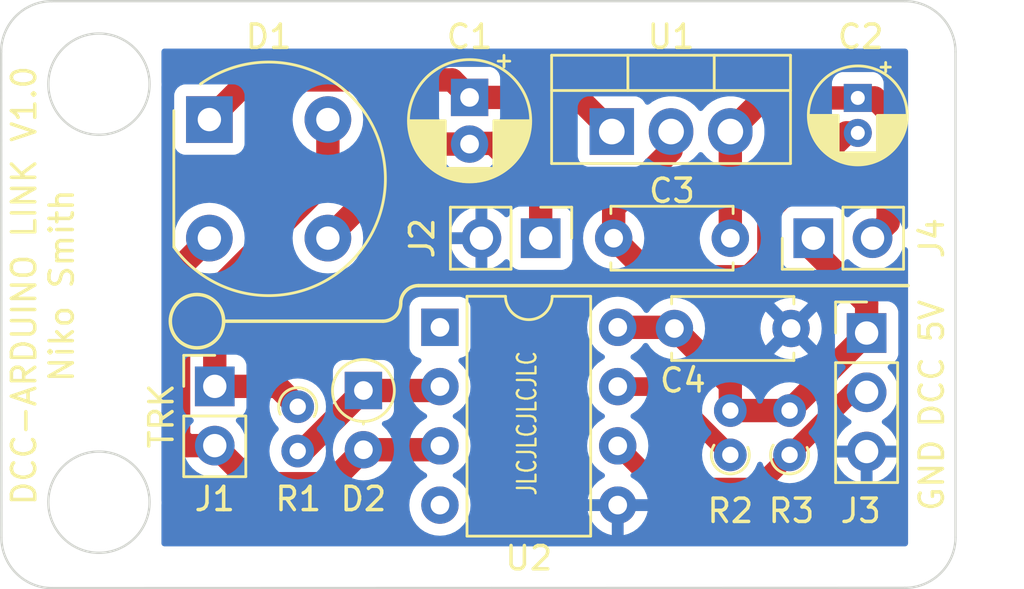
<source format=kicad_pcb>
(kicad_pcb (version 20211014) (generator pcbnew)
  (layers (0 "F.Cu" signal) (31 "B.Cu" signal) (34 "B.Paste" user) (35 "F.Paste" user) (36 "B.SilkS" user "B.Silkscreen") (37 "F.SilkS" user "F.Silkscreen") (38 "B.Mask" user) (39 "F.Mask" user) (44 "Edge.Cuts" user))
  (net 0 "")
  (net 1 "Net-(C1-Pad1)")
  (net 2 "Net-(C1-Pad2)")
  (net 3 "+5V")
  (net 4 "GND")
  (net 5 "TRACK_A")
  (net 6 "TRACK_B")
  (net 7 "Net-(D2-Pad1)")
  (net 8 "DCC_DATA")
  (net 9 "Net-(R2-Pad1)")
  (net 11 "Net-(C2-Pad1)")
  (footprint "Resistor_THT:R_Axial_DIN0204_L3.6mm_D1.6mm_P1.90mm_Vertical" (layer "F.Cu") (at 166.116 108.855 90)
    (fp_text reference "R2" (at -2.397 0 180) (layer "F.SilkS"))
    (fp_text value "10k")
    (fp_arc (start 0.320095 0.749359) (mid -0.813042 -0.054435) (end 0.417133 -0.7) (layer "F.SilkS") (width 0.12))
    (pad "1" thru_hole circle locked (at 0 0 90) (size 1.4 1.4) (drill 0.7) (layers *.Cu *.Mask) (net 9 "Net-(R2-Pad1)"))
    (pad "2" thru_hole oval locked (at 1.9 0 90) (size 1.4 1.4) (drill 0.7) (layers *.Cu *.Mask) (net 3 "+5V"))
  )
  (footprint "Capacitor_THT:CP_Radial_D4.0mm_P1.50mm" (layer "F.Cu") (at 171.58 93.554401 -90)
    (fp_text reference "C2" (at -2.622401 -0.124 180) (layer "F.SilkS"))
    (fp_text value "22uF")
    (fp_line (start 1.951 0.84) (end 1.951 1.708) (layer "F.SilkS") (width 0.12))
    (fp_line (start 0.75 -2.08) (end 0.75 -0.84) (layer "F.SilkS") (width 0.12))
    (fp_line (start 1.15 0.84) (end 1.15 2.042) (layer "F.SilkS") (width 0.12))
    (fp_line (start 2.031 0.84) (end 2.031 1.65) (layer "F.SilkS") (width 0.12))
    (fp_line (start 2.271 -1.438) (end 2.271 -0.84) (layer "F.SilkS") (width 0.12))
    (fp_line (start 2.151 -1.552) (end 2.151 -0.84) (layer "F.SilkS") (width 0.12))
    (fp_line (start 1.831 0.84) (end 1.831 1.785) (layer "F.SilkS") (width 0.12))
    (fp_line (start 1.551 0.84) (end 1.551 1.924) (layer "F.SilkS") (width 0.12))
    (fp_line (start 1.911 -1.735) (end 1.911 -0.84) (layer "F.SilkS") (width 0.12))
    (fp_line (start 1.991 -1.68) (end 1.991 -0.84) (layer "F.SilkS") (width 0.12))
    (fp_line (start 2.551 -1.08) (end 2.551 1.08) (layer "F.SilkS") (width 0.12))
    (fp_line (start 1.831 -1.785) (end 1.831 -0.84) (layer "F.SilkS") (width 0.12))
    (fp_line (start 2.071 0.84) (end 2.071 1.619) (layer "F.SilkS") (width 0.12))
    (fp_line (start 0.91 0.84) (end 0.91 2.074) (layer "F.SilkS") (width 0.12))
    (fp_line (start 2.031 -1.65) (end 2.031 -0.84) (layer "F.SilkS") (width 0.12))
    (fp_line (start 1.35 0.84) (end 1.35 1.994) (layer "F.SilkS") (width 0.12))
    (fp_line (start 2.271 0.84) (end 2.271 1.438) (layer "F.SilkS") (width 0.12))
    (fp_line (start 0.79 0.84) (end 0.79 2.08) (layer "F.SilkS") (width 0.12))
    (fp_line (start 1.871 0.84) (end 1.871 1.76) (layer "F.SilkS") (width 0.12))
    (fp_line (start 1.31 0.84) (end 1.31 2.005) (layer "F.SilkS") (width 0.12))
    (fp_line (start 1.471 -1.954) (end 1.471 -0.84) (layer "F.SilkS") (width 0.12))
    (fp_line (start 2.511 -1.142) (end 2.511 1.142) (layer "F.SilkS") (width 0.12))
    (fp_line (start 1.871 -1.76) (end 1.871 -0.84) (layer "F.SilkS") (width 0.12))
    (fp_line (start 0.87 -2.077) (end 0.87 -0.84) (layer "F.SilkS") (width 0.12))
    (fp_line (start 1.631 0.84) (end 1.631 1.889) (layer "F.SilkS") (width 0.12))
    (fp_line (start 2.631 -0.94) (end 2.631 0.94) (layer "F.SilkS") (width 0.12))
    (fp_line (start 2.671 -0.859) (end 2.671 0.859) (layer "F.SilkS") (width 0.12))
    (fp_line (start 1.23 0.84) (end 1.23 2.025) (layer "F.SilkS") (width 0.12))
    (fp_line (start 1.951 -1.708) (end 1.951 -0.84) (layer "F.SilkS") (width 0.12))
    (fp_line (start 2.231 -1.478) (end 2.231 -0.84) (layer "F.SilkS") (width 0.12))
    (fp_line (start 2.351 -1.351) (end 2.351 1.351) (layer "F.SilkS") (width 0.12))
    (fp_line (start 0.83 -2.079) (end 0.83 -0.84) (layer "F.SilkS") (width 0.12))
    (fp_line (start 1.551 -1.924) (end 1.551 -0.84) (layer "F.SilkS") (width 0.12))
    (fp_line (start 2.711 -0.768) (end 2.711 0.768) (layer "F.SilkS") (width 0.12))
    (fp_line (start 1.07 0.84) (end 1.07 2.056) (layer "F.SilkS") (width 0.12))
    (fp_line (start 2.391 -1.304) (end 2.391 1.304) (layer "F.SilkS") (width 0.12))
    (fp_line (start 1.23 -2.025) (end 1.23 -0.84) (layer "F.SilkS") (width 0.12))
    (fp_line (start 0.83 0.84) (end 0.83 2.079) (layer "F.SilkS") (width 0.12))
    (fp_line (start 1.711 0.84) (end 1.711 1.851) (layer "F.SilkS") (width 0.12))
    (fp_line (start 1.711 -1.851) (end 1.711 -0.84) (layer "F.SilkS") (width 0.12))
    (fp_line (start 1.31 -2.005) (end 1.31 -0.84) (layer "F.SilkS") (width 0.12))
    (fp_line (start 1.19 0.84) (end 1.19 2.034) (layer "F.SilkS") (width 0.12))
    (fp_line (start 1.591 0.84) (end 1.591 1.907) (layer "F.SilkS") (width 0.12))
    (fp_line (start 1.631 -1.889) (end 1.631 -0.84) (layer "F.SilkS") (width 0.12))
    (fp_line (start 1.39 0.84) (end 1.39 1.982) (layer "F.SilkS") (width 0.12))
    (fp_line (start 1.39 -1.982) (end 1.39 -0.84) (layer "F.SilkS") (width 0.12))
    (fp_line (start 1.471 0.84) (end 1.471 1.954) (layer "F.SilkS") (width 0.12))
    (fp_line (start 1.11 -2.05) (end 1.11 -0.84) (layer "F.SilkS") (width 0.12))
    (fp_line (start 2.311 0.84) (end 2.311 1.396) (layer "F.SilkS") (width 0.12))
    (fp_line (start 2.791 -0.537) (end 2.791 0.537) (layer "F.SilkS") (width 0.12))
    (fp_line (start 1.11 0.84) (end 1.11 2.05) (layer "F.SilkS") (width 0.12))
    (fp_line (start 1.27 -2.016) (end 1.27 -0.84) (layer "F.SilkS") (width 0.12))
    (fp_line (start 1.751 -1.83) (end 1.751 -0.84) (layer "F.SilkS") (width 0.12))
    (fp_line (start 1.35 -1.994) (end 1.35 -0.84) (layer "F.SilkS") (width 0.12))
    (fp_line (start 2.071 -1.619) (end 2.071 -0.84) (layer "F.SilkS") (width 0.12))
    (fp_line (start -1.519801 -1.195) (end -1.119801 -1.195) (layer "F.SilkS") (width 0.12))
    (fp_line (start 1.911 0.84) (end 1.911 1.735) (layer "F.SilkS") (width 0.12))
    (fp_line (start 2.111 0.84) (end 2.111 1.587) (layer "F.SilkS") (width 0.12))
    (fp_line (start 2.831 -0.37) (end 2.831 0.37) (layer "F.SilkS") (width 0.12))
    (fp_line (start 1.671 -1.87) (end 1.671 -0.84) (layer "F.SilkS") (width 0.12))
    (fp_line (start 1.511 -1.94) (end 1.511 -0.84) (layer "F.SilkS") (width 0.12))
    (fp_line (start 1.15 -2.042) (end 1.15 -0.84) (layer "F.SilkS") (width 0.12))
    (fp_line (start 1.27 0.84) (end 1.27 2.016) (layer "F.SilkS") (width 0.12))
    (fp_line (start 1.591 -1.907) (end 1.591 -0.84) (layer "F.SilkS") (width 0.12))
    (fp_line (start 2.431 -1.254) (end 2.431 1.254) (layer "F.SilkS") (width 0.12))
    (fp_line (start 0.91 -2.074) (end 0.91 -0.84) (layer "F.SilkS") (width 0.12))
    (fp_line (start 1.03 0.84) (end 1.03 2.062) (layer "F.SilkS") (width 0.12))
    (fp_line (start 1.511 0.84) (end 1.511 1.94) (layer "F.SilkS") (width 0.12))
    (fp_line (start 1.43 0.84) (end 1.43 1.968) (layer "F.SilkS") (width 0.12))
    (fp_line (start 1.07 -2.056) (end 1.07 -0.84) (layer "F.SilkS") (width 0.12))
    (fp_line (start 1.19 -2.034) (end 1.19 -0.84) (layer "F.SilkS") (width 0.12))
    (fp_line (start 0.95 0.84) (end 0.95 2.071) (layer "F.SilkS") (width 0.12))
    (fp_line (start 0.75 0.84) (end 0.75 2.08) (layer "F.SilkS") (width 0.12))
    (fp_line (start 1.791 0.84) (end 1.791 1.808) (layer "F.SilkS") (width 0.12))
    (fp_line (start 1.751 0.84) (end 1.751 1.83) (layer "F.SilkS") (width 0.12))
    (fp_line (start 0.99 -2.067) (end 0.99 -0.84) (layer "F.SilkS") (width 0.12))
    (fp_line (start 2.311 -1.396) (end 2.311 -0.84) (layer "F.SilkS") (width 0.12))
    (fp_line (start 2.471 -1.2) (end 2.471 1.2) (layer "F.SilkS") (width 0.12))
    (fp_line (start 1.03 -2.062) (end 1.03 -0.84) (layer "F.SilkS") (width 0.12))
    (fp_line (start 2.111 -1.587) (end 2.111 -0.84) (layer "F.SilkS") (width 0.12))
    (fp_line (start 2.191 0.84) (end 2.191 1.516) (layer "F.SilkS") (width 0.12))
    (fp_line (start 2.151 0.84) (end 2.151 1.552) (layer "F.SilkS") (width 0.12))
    (fp_line (start 2.751 -0.664) (end 2.751 0.664) (layer "F.SilkS") (width 0.12))
    (fp_line (start 1.791 -1.808) (end 1.791 -0.84) (layer "F.SilkS") (width 0.12))
    (fp_line (start 2.191 -1.516) (end 2.191 -0.84) (layer "F.SilkS") (width 0.12))
    (fp_line (start 1.43 -1.968) (end 1.43 -0.84) (layer "F.SilkS") (width 0.12))
    (fp_line (start 2.231 0.84) (end 2.231 1.478) (layer "F.SilkS") (width 0.12))
    (fp_line (start 2.591 -1.013) (end 2.591 1.013) (layer "F.SilkS") (width 0.12))
    (fp_line (start 0.99 0.84) (end 0.99 2.067) (layer "F.SilkS") (width 0.12))
    (fp_line (start 0.87 0.84) (end 0.87 2.077) (layer "F.SilkS") (width 0.12))
    (fp_line (start 1.671 0.84) (end 1.671 1.87) (layer "F.SilkS") (width 0.12))
    (fp_line (start 1.991 0.84) (end 1.991 1.68) (layer "F.SilkS") (width 0.12))
    (fp_line (start 0.95 -2.071) (end 0.95 -0.84) (layer "F.SilkS") (width 0.12))
    (fp_line (start -1.319801 -1.395) (end -1.319801 -0.995) (layer "F.SilkS") (width 0.12))
    (fp_line (start 0.79 -2.08) (end 0.79 -0.84) (layer "F.SilkS") (width 0.12))
    (fp_circle (center 0.75 0) (end 2.87 0) (layer "F.SilkS") (width 0.12) (fill none))
    (pad "1" thru_hole rect locked (at 0 0 270) (size 1.2 1.2) (drill 0.6) (layers *.Cu *.Mask) (net 11 "Net-(C2-Pad1)"))
    (pad "2" thru_hole circle locked (at 1.5 0 270) (size 1.2 1.2) (drill 0.6) (layers *.Cu *.Mask) (net 2 "Net-(C1-Pad2)"))
  )
  (footprint "Capacitor_THT:C_Disc_D5.0mm_W2.5mm_P5.00mm" (layer "F.Cu") (at 166.116 99.568 180)
    (fp_text reference "C3" (at 2.5 2.032) (layer "F.SilkS"))
    (fp_text value "0.1uF")
    (fp_line (start -0.12 1.37) (end 5.12 1.37) (layer "F.SilkS") (width 0.12))
    (fp_line (start -0.12 1.055) (end -0.12 1.37) (layer "F.SilkS") (width 0.12))
    (fp_line (start -0.12 -1.37) (end 5.12 -1.37) (layer "F.SilkS") (width 0.12))
    (fp_line (start 5.12 1.055) (end 5.12 1.37) (layer "F.SilkS") (width 0.12))
    (fp_line (start -0.12 -1.37) (end -0.12 -1.055) (layer "F.SilkS") (width 0.12))
    (fp_line (start 5.12 -1.37) (end 5.12 -1.055) (layer "F.SilkS") (width 0.12))
    (pad "1" thru_hole circle locked (at 0 0 180) (size 1.6 1.6) (drill 0.8) (layers *.Cu *.Mask) (net 11 "Net-(C2-Pad1)"))
    (pad "2" thru_hole circle locked (at 5 0 180) (size 1.6 1.6) (drill 0.8) (layers *.Cu *.Mask) (net 2 "Net-(C1-Pad2)"))
  )
  (footprint "Package_DIP:DIP-8_W7.62mm" (layer "F.Cu") (at 153.67 103.388)
    (fp_text reference "U2" (at 3.81 9.896) (layer "F.SilkS"))
    (fp_text value "6N137")
    (fp_line (start 6.46 -1.33) (end 4.81 -1.33) (layer "F.SilkS") (width 0.12))
    (fp_line (start 1.16 8.95) (end 6.46 8.95) (layer "F.SilkS") (width 0.12))
    (fp_line (start 1.16 -1.33) (end 1.16 8.95) (layer "F.SilkS") (width 0.12))
    (fp_line (start 2.81 -1.33) (end 1.16 -1.33) (layer "F.SilkS") (width 0.12))
    (fp_line (start 6.46 8.95) (end 6.46 -1.33) (layer "F.SilkS") (width 0.12))
    (fp_arc (start 4.81 -1.33) (mid 3.81 -0.33) (end 2.81 -1.33) (layer "F.SilkS") (width 0.12))
    (pad "1" thru_hole rect locked (at 0 0) (size 1.6 1.6) (drill 0.8) (layers *.Cu *.Mask))
    (pad "2" thru_hole oval locked (at 0 2.54) (size 1.6 1.6) (drill 0.8) (layers *.Cu *.Mask) (net 7 "Net-(D2-Pad1)"))
    (pad "3" thru_hole oval locked (at 0 5.08) (size 1.6 1.6) (drill 0.8) (layers *.Cu *.Mask) (net 6 "TRACK_B"))
    (pad "4" thru_hole oval locked (at 0 7.62) (size 1.6 1.6) (drill 0.8) (layers *.Cu *.Mask))
    (pad "5" thru_hole oval locked (at 7.62 7.62) (size 1.6 1.6) (drill 0.8) (layers *.Cu *.Mask) (net 4 "GND"))
    (pad "6" thru_hole oval locked (at 7.62 5.08) (size 1.6 1.6) (drill 0.8) (layers *.Cu *.Mask) (net 8 "DCC_DATA"))
    (pad "7" thru_hole oval locked (at 7.62 2.54) (size 1.6 1.6) (drill 0.8) (layers *.Cu *.Mask) (net 9 "Net-(R2-Pad1)"))
    (pad "8" thru_hole oval locked (at 7.62 0) (size 1.6 1.6) (drill 0.8) (layers *.Cu *.Mask) (net 3 "+5V"))
  )
  (footprint "Connector_PinHeader_2.54mm:PinHeader_1x03_P2.54mm_Vertical" (layer "F.Cu") (at 171.958 103.632)
    (fp_text reference "J3" (at -0.254 7.62) (layer "F.SilkS"))
    (fp_text value "Conn_01x03_Male")
    (fp_line (start 1.33 1.27) (end 1.33 6.41) (layer "F.SilkS") (width 0.12))
    (fp_line (start -1.33 -1.33) (end 0 -1.33) (layer "F.SilkS") (width 0.12))
    (fp_line (start -1.33 1.27) (end 1.33 1.27) (layer "F.SilkS") (width 0.12))
    (fp_line (start -1.33 6.41) (end 1.33 6.41) (layer "F.SilkS") (width 0.12))
    (fp_line (start -1.33 1.27) (end -1.33 6.41) (layer "F.SilkS") (width 0.12))
    (fp_line (start -1.33 0) (end -1.33 -1.33) (layer "F.SilkS") (width 0.12))
    (pad "1" thru_hole rect locked (at 0 0) (size 1.7 1.7) (drill 1) (layers *.Cu *.Mask) (net 3 "+5V"))
    (pad "2" thru_hole oval locked (at 0 2.54) (size 1.7 1.7) (drill 1) (layers *.Cu *.Mask) (net 8 "DCC_DATA"))
    (pad "3" thru_hole oval locked (at 0 5.08) (size 1.7 1.7) (drill 1) (layers *.Cu *.Mask) (net 4 "GND"))
  )
  (footprint "Capacitor_THT:C_Disc_D5.0mm_W2.5mm_P5.00mm" (layer "F.Cu") (at 163.72 103.438)
    (fp_text reference "C4" (at 0.364 2.226) (layer "F.SilkS"))
    (fp_text value "100nF")
    (fp_line (start -0.12 -1.37) (end 5.12 -1.37) (layer "F.SilkS") (width 0.12))
    (fp_line (start 5.12 1.055) (end 5.12 1.37) (layer "F.SilkS") (width 0.12))
    (fp_line (start -0.12 1.055) (end -0.12 1.37) (layer "F.SilkS") (width 0.12))
    (fp_line (start -0.12 -1.37) (end -0.12 -1.055) (layer "F.SilkS") (width 0.12))
    (fp_line (start 5.12 -1.37) (end 5.12 -1.055) (layer "F.SilkS") (width 0.12))
    (fp_line (start -0.12 1.37) (end 5.12 1.37) (layer "F.SilkS") (width 0.12))
    (pad "1" thru_hole circle locked (at 0 0) (size 1.6 1.6) (drill 0.8) (layers *.Cu *.Mask) (net 3 "+5V"))
    (pad "2" thru_hole circle locked (at 5 0) (size 1.6 1.6) (drill 0.8) (layers *.Cu *.Mask) (net 4 "GND"))
  )
  (footprint "Diode_THT:D_DO-35_SOD27_P2.54mm_Vertical_AnodeUp" (layer "F.Cu") (at 150.39 106.094686 -90)
    (fp_text reference "D2" (at 4.649314 0 180) (layer "F.SilkS"))
    (fp_text value "1N4148")
    (fp_line (start 1.326371 0) (end 1.44 0) (layer "F.SilkS") (width 0.12))
    (fp_circle (center 0 0) (end 1.326371 0) (layer "F.SilkS") (width 0.12) (fill none))
    (pad "1" thru_hole rect locked (at 0 0 270) (size 1.6 1.6) (drill 0.8) (layers *.Cu *.Mask) (net 7 "Net-(D2-Pad1)"))
    (pad "2" thru_hole oval locked (at 2.54 0 270) (size 1.6 1.6) (drill 0.8) (layers *.Cu *.Mask) (net 6 "TRACK_B"))
  )
  (footprint "Package_TO_SOT_THT:TO-220-3_Vertical" (layer "F.Cu") (at 161.036 94.996)
    (fp_text reference "U1" (at 2.54 -4.064) (layer "F.SilkS"))
    (fp_text value "LM7805_TO220")
    (fp_line (start -2.58 -1.76) (end 7.66 -1.76) (layer "F.SilkS") (width 0.12))
    (fp_line (start -2.58 1.371) (end 7.66 1.371) (layer "F.SilkS") (width 0.12))
    (fp_line (start 4.391 -3.27) (end 4.391 -1.76) (layer "F.SilkS") (width 0.12))
    (fp_line (start -2.58 -3.27) (end -2.58 1.371) (layer "F.SilkS") (width 0.12))
    (fp_line (start -2.58 -3.27) (end 7.66 -3.27) (layer "F.SilkS") (width 0.12))
    (fp_line (start 7.66 -3.27) (end 7.66 1.371) (layer "F.SilkS") (width 0.12))
    (fp_line (start 0.69 -3.27) (end 0.69 -1.76) (layer "F.SilkS") (width 0.12))
    (pad "1" thru_hole rect locked (at 0 0) (size 1.905 2) (drill 1.1) (layers *.Cu *.Mask) (net 1 "Net-(C1-Pad1)"))
    (pad "2" thru_hole oval locked (at 2.54 0) (size 1.905 2) (drill 1.1) (layers *.Cu *.Mask) (net 2 "Net-(C1-Pad2)"))
    (pad "3" thru_hole oval locked (at 5.08 0) (size 1.905 2) (drill 1.1) (layers *.Cu *.Mask) (net 11 "Net-(C2-Pad1)"))
  )
  (footprint "Resistor_THT:R_Axial_DIN0204_L3.6mm_D1.6mm_P1.90mm_Vertical" (layer "F.Cu") (at 147.574 106.791 -90)
    (fp_text reference "R1" (at 3.953 -0.022 180) (layer "F.SilkS"))
    (fp_text value "1k")
    (fp_arc (start 0.320095 0.749359) (mid -0.813042 -0.054435) (end 0.417133 -0.7) (layer "F.SilkS") (width 0.12))
    (pad "1" thru_hole circle locked (at 0 0 270) (size 1.4 1.4) (drill 0.7) (layers *.Cu *.Mask) (net 5 "TRACK_A"))
    (pad "2" thru_hole oval locked (at 1.9 0 270) (size 1.4 1.4) (drill 0.7) (layers *.Cu *.Mask) (net 7 "Net-(D2-Pad1)"))
  )
  (footprint "Connector_PinHeader_2.54mm:PinHeader_1x02_P2.54mm_Vertical" (layer "F.Cu") (at 169.672 99.568 90)
    (fp_text reference "J4" (at 0 5.08 90) (layer "F.SilkS"))
    (fp_text value "Conn_01x02_Male")
    (fp_line (start -1.33 1.27) (end -1.33 3.87) (layer "F.SilkS") (width 0.12))
    (fp_line (start -1.33 -1.33) (end 0 -1.33) (layer "F.SilkS") (width 0.12))
    (fp_line (start -1.33 0) (end -1.33 -1.33) (layer "F.SilkS") (width 0.12))
    (fp_line (start 1.33 1.27) (end 1.33 3.87) (layer "F.SilkS") (width 0.12))
    (fp_line (start -1.33 3.87) (end 1.33 3.87) (layer "F.SilkS") (width 0.12))
    (fp_line (start -1.33 1.27) (end 1.33 1.27) (layer "F.SilkS") (width 0.12))
    (pad "1" thru_hole rect locked (at 0 0 90) (size 1.7 1.7) (drill 1) (layers *.Cu *.Mask) (net 3 "+5V"))
    (pad "2" thru_hole oval locked (at 0 2.54 90) (size 1.7 1.7) (drill 1) (layers *.Cu *.Mask) (net 11 "Net-(C2-Pad1)"))
  )
  (footprint "Resistor_THT:R_Axial_DIN0204_L3.6mm_D1.6mm_P1.90mm_Vertical" (layer "F.Cu") (at 168.656 108.855 90)
    (fp_text reference "R3" (at -2.397 0.08 180) (layer "F.SilkS"))
    (fp_text value "5k")
    (fp_arc (start 0.320095 0.749359) (mid -0.813042 -0.054435) (end 0.417133 -0.7) (layer "F.SilkS") (width 0.12))
    (pad "1" thru_hole circle locked (at 0 0 90) (size 1.4 1.4) (drill 0.7) (layers *.Cu *.Mask) (net 8 "DCC_DATA"))
    (pad "2" thru_hole oval locked (at 1.9 0 90) (size 1.4 1.4) (drill 0.7) (layers *.Cu *.Mask) (net 3 "+5V"))
  )
  (footprint "Diode_THT:Diode_Bridge_Round_D9.8mm" (layer "F.Cu") (at 143.787 94.483)
    (fp_text reference "D1" (at 2.54 -3.551) (layer "F.SilkS"))
    (fp_text value "W01G")
    (fp_line (start -1.524 -0.381) (end -1.524 5.461) (layer "F.SilkS") (width 0.12))
    (fp_arc (start -0.381 -1.524) (mid 7.479141 3.348223) (end -1.524 5.461) (layer "F.SilkS") (width 0.12))
    (pad "1" thru_hole rect locked (at 0 0) (size 2 2) (drill 1) (layers *.Cu *.Mask) (net 1 "Net-(C1-Pad1)"))
    (pad "2" thru_hole oval locked (at 0 5.08) (size 2 2) (drill 1) (layers *.Cu *.Mask) (net 6 "TRACK_B"))
    (pad "3" thru_hole oval locked (at 5.08 5.08) (size 2 2) (drill 1) (layers *.Cu *.Mask) (net 2 "Net-(C1-Pad2)"))
    (pad "4" thru_hole oval locked (at 5.08 0) (size 2 2) (drill 1) (layers *.Cu *.Mask) (net 5 "TRACK_A"))
  )
  (footprint "Capacitor_THT:CP_Radial_D5.0mm_P2.00mm" (layer "F.Cu") (at 154.94 93.532888 -90)
    (fp_text reference "C1" (at -2.600888 0 180) (layer "F.SilkS"))
    (fp_text value "0.1uF")
    (fp_line (start 1.12 -2.578) (end 1.12 -1.04) (layer "F.SilkS") (width 0.12))
    (fp_line (start 1.721 -2.48) (end 1.721 -1.04) (layer "F.SilkS") (width 0.12))
    (fp_line (start 1.44 1.04) (end 1.44 2.543) (layer "F.SilkS") (width 0.12))
    (fp_line (start 1.32 1.04) (end 1.32 2.561) (layer "F.SilkS") (width 0.12))
    (fp_line (start 2.681 1.04) (end 2.681 1.971) (layer "F.SilkS") (width 0.12))
    (fp_line (start 1.761 1.04) (end 1.761 2.468) (layer "F.SilkS") (width 0.12))
    (fp_line (start 1.4 1.04) (end 1.4 2.55) (layer "F.SilkS") (width 0.12))
    (fp_line (start 1.48 -2.536) (end 1.48 -1.04) (layer "F.SilkS") (width 0.12))
    (fp_line (start 1.08 1.04) (end 1.08 2.579) (layer "F.SilkS") (width 0.12))
    (fp_line (start 2.921 -1.743) (end 2.921 -1.04) (layer "F.SilkS") (width 0.12))
    (fp_line (start 1.2 -2.573) (end 1.2 -1.04) (layer "F.SilkS") (width 0.12))
    (fp_line (start 2.041 -2.365) (end 2.041 -1.04) (layer "F.SilkS") (width 0.12))
    (fp_line (start 3.041 -1.605) (end 3.041 1.605) (layer "F.SilkS") (width 0.12))
    (fp_line (start 1.36 1.04) (end 1.36 2.556) (layer "F.SilkS") (width 0.12))
    (fp_line (start 1.56 -2.52) (end 1.56 -1.04) (layer "F.SilkS") (width 0.12))
    (fp_line (start 2.841 -1.826) (end 2.841 -1.04) (layer "F.SilkS") (width 0.12))
    (fp_line (start 2.761 -1.901) (end 2.761 -1.04) (layer "F.SilkS") (width 0.12))
    (fp_line (start 2.201 1.04) (end 2.201 2.29) (layer "F.SilkS") (width 0.12))
    (fp_line (start 2.241 -2.268) (end 2.241 -1.04) (layer "F.SilkS") (width 0.12))
    (fp_line (start 1.841 1.04) (end 1.841 2.442) (layer "F.SilkS") (width 0.12))
    (fp_line (start 3.001 -1.653) (end 3.001 -1.04) (layer "F.SilkS") (width 0.12))
    (fp_line (start 3.281 -1.251) (end 3.281 1.251) (layer "F.SilkS") (width 0.12))
    (fp_line (start 1.921 -2.414) (end 1.921 -1.04) (layer "F.SilkS") (width 0.12))
    (fp_line (start 1.68 1.04) (end 1.68 2.491) (layer "F.SilkS") (width 0.12))
    (fp_line (start 2.721 1.04) (end 2.721 1.937) (layer "F.SilkS") (width 0.12))
    (fp_line (start 2.361 -2.2) (end 2.361 -1.04) (layer "F.SilkS") (width 0.12))
    (fp_line (start 2.801 -1.864) (end 2.801 -1.04) (layer "F.SilkS") (width 0.12))
    (fp_line (start 2.721 -1.937) (end 2.721 -1.04) (layer "F.SilkS") (width 0.12))
    (fp_line (start 2.441 1.04) (end 2.441 2.149) (layer "F.SilkS") (width 0.12))
    (fp_line (start 3.561 -0.518) (end 3.561 0.518) (layer "F.SilkS") (width 0.12))
    (fp_line (start 2.001 -2.382) (end 2.001 -1.04) (layer "F.SilkS") (width 0.12))
    (fp_line (start 1.52 1.04) (end 1.52 2.528) (layer "F.SilkS") (width 0.12))
    (fp_line (start 2.441 -2.149) (end 2.441 -1.04) (layer "F.SilkS") (width 0.12))
    (fp_line (start 1.04 -2.58) (end 1.04 -1.04) (layer "F.SilkS") (width 0.12))
    (fp_line (start 1.52 -2.528) (end 1.52 -1.04) (layer "F.SilkS") (width 0.12))
    (fp_line (start 2.121 1.04) (end 2.121 2.329) (layer "F.SilkS") (width 0.12))
    (fp_line (start 2.201 -2.29) (end 2.201 -1.04) (layer "F.SilkS") (width 0.12))
    (fp_line (start 1.32 -2.561) (end 1.32 -1.04) (layer "F.SilkS") (width 0.12))
    (fp_line (start 1.68 -2.491) (end 1.68 -1.04) (layer "F.SilkS") (width 0.12))
    (fp_line (start 3.241 -1.319) (end 3.241 1.319) (layer "F.SilkS") (width 0.12))
    (fp_line (start 3.361 -1.098) (end 3.361 1.098) (layer "F.SilkS") (width 0.12))
    (fp_line (start 2.081 1.04) (end 2.081 2.348) (layer "F.SilkS") (width 0.12))
    (fp_line (start 2.881 -1.785) (end 2.881 -1.04) (layer "F.SilkS") (width 0.12))
    (fp_line (start 1.64 -2.501) (end 1.64 -1.04) (layer "F.SilkS") (width 0.12))
    (fp_line (start 1 1.04) (end 1 2.58) (layer "F.SilkS") (width 0.12))
    (fp_line (start 3.001 1.04) (end 3.001 1.653) (layer "F.SilkS") (width 0.12))
    (fp_line (start 3.481 -0.805) (end 3.481 0.805) (layer "F.SilkS") (width 0.12))
    (fp_line (start 2.121 -2.329) (end 2.121 -1.04) (layer "F.SilkS") (width 0.12))
    (fp_line (start 2.401 1.04) (end 2.401 2.175) (layer "F.SilkS") (width 0.12))
    (fp_line (start 2.521 -2.095) (end 2.521 -1.04) (layer "F.SilkS") (width 0.12))
    (fp_line (start 2.321 -2.224) (end 2.321 -1.04) (layer "F.SilkS") (width 0.12))
    (fp_line (start 2.281 1.04) (end 2.281 2.247) (layer "F.SilkS") (width 0.12))
    (fp_line (start 1.721 1.04) (end 1.721 2.48) (layer "F.SilkS") (width 0.12))
    (fp_line (start 2.281 -2.247) (end 2.281 -1.04) (layer "F.SilkS") (width 0.12))
    (fp_line (start 2.521 1.04) (end 2.521 2.095) (layer "F.SilkS") (width 0.12))
    (fp_line (start 2.041 1.04) (end 2.041 2.365) (layer "F.SilkS") (width 0.12))
    (fp_line (start 1.801 1.04) (end 1.801 2.455) (layer "F.SilkS") (width 0.12))
    (fp_line (start 3.441 -0.915) (end 3.441 0.915) (layer "F.SilkS") (width 0.12))
    (fp_line (start 1.6 -2.511) (end 1.6 -1.04) (layer "F.SilkS") (width 0.12))
    (fp_line (start 1.4 -2.55) (end 1.4 -1.04) (layer "F.SilkS") (width 0.12))
    (fp_line (start 2.001 1.04) (end 2.001 2.382) (layer "F.SilkS") (width 0.12))
    (fp_line (start 2.481 1.04) (end 2.481 2.122) (layer "F.SilkS") (width 0.12))
    (fp_line (start 1 -2.58) (end 1 -1.04) (layer "F.SilkS") (width 0.12))
    (fp_line (start 1.16 -2.576) (end 1.16 -1.04) (layer "F.SilkS") (width 0.12))
    (fp_line (start 2.961 -1.699) (end 2.961 -1.04) (layer "F.SilkS") (width 0.12))
    (fp_line (start 2.681 -1.971) (end 2.681 -1.04) (layer "F.SilkS") (width 0.12))
    (fp_line (start 2.801 1.04) (end 2.801 1.864) (layer "F.SilkS") (width 0.12))
    (fp_line (start 1.801 -2.455) (end 1.801 -1.04) (layer "F.SilkS") (width 0.12))
    (fp_line (start 1.44 -2.543) (end 1.44 -1.04) (layer "F.SilkS") (width 0.12))
    (fp_line (start 2.561 1.04) (end 2.561 2.065) (layer "F.SilkS") (width 0.12))
    (fp_line (start 2.641 -2.004) (end 2.641 -1.04) (layer "F.SilkS") (width 0.12))
    (fp_line (start 1.28 -2.565) (end 1.28 -1.04) (layer "F.SilkS") (width 0.12))
    (fp_line (start 2.601 -2.035) (end 2.601 -1.04) (layer "F.SilkS") (width 0.12))
    (fp_line (start 1.961 1.04) (end 1.961 2.398) (layer "F.SilkS") (width 0.12))
    (fp_line (start 1.36 -2.556) (end 1.36 -1.04) (layer "F.SilkS") (width 0.12))
    (fp_line (start 2.761 1.04) (end 2.761 1.901) (layer "F.SilkS") (width 0.12))
    (fp_line (start 1.28 1.04) (end 1.28 2.565) (layer "F.SilkS") (width 0.12))
    (fp_line (start 2.241 1.04) (end 2.241 2.268) (layer "F.SilkS") (width 0.12))
    (fp_line (start 1.881 1.04) (end 1.881 2.428) (layer "F.SilkS") (width 0.12))
    (fp_line (start 2.921 1.04) (end 2.921 1.743) (layer "F.SilkS") (width 0.12))
    (fp_line (start 1.64 1.04) (end 1.64 2.501) (layer "F.SilkS") (width 0.12))
    (fp_line (start -1.554775 -1.725) (end -1.554775 -1.225) (layer "F.SilkS") (width 0.12))
    (fp_line (start 3.321 -1.178) (end 3.321 1.178) (layer "F.SilkS") (width 0.12))
    (fp_line (start 2.161 1.04) (end 2.161 2.31) (layer "F.SilkS") (width 0.12))
    (fp_line (start 2.161 -2.31) (end 2.161 -1.04) (layer "F.SilkS") (width 0.12))
    (fp_line (start 3.081 -1.554) (end 3.081 1.554) (layer "F.SilkS") (width 0.12))
    (fp_line (start 2.361 1.04) (end 2.361 2.2) (layer "F.SilkS") (width 0.12))
    (fp_line (start 1.56 1.04) (end 1.56 2.52) (layer "F.SilkS") (width 0.12))
    (fp_line (start 1.16 1.04) (end 1.16 2.576) (layer "F.SilkS") (width 0.12))
    (fp_line (start 3.121 -1.5) (end 3.121 1.5) (layer "F.SilkS") (width 0.12))
    (fp_line (start 1.48 1.04) (end 1.48 2.536) (layer "F.SilkS") (width 0.12))
    (fp_line (start 1.12 1.04) (end 1.12 2.578) (layer "F.SilkS") (width 0.12))
    (fp_line (start 1.24 1.04) (end 1.24 2.569) (layer "F.SilkS") (width 0.12))
    (fp_line (start 2.881 1.04) (end 2.881 1.785) (layer "F.SilkS") (width 0.12))
    (fp_line (start 2.401 -2.175) (end 2.401 -1.04) (layer "F.SilkS") (width 0.12))
    (fp_line (start 1.08 -2.579) (end 1.08 -1.04) (layer "F.SilkS") (width 0.12))
    (fp_line (start 2.561 -2.065) (end 2.561 -1.04) (layer "F.SilkS") (width 0.12))
    (fp_line (start 2.481 -2.122) (end 2.481 -1.04) (layer "F.SilkS") (width 0.12))
    (fp_line (start 3.201 -1.383) (end 3.201 1.383) (layer "F.SilkS") (width 0.12))
    (fp_line (start 1.841 -2.442) (end 1.841 -1.04) (layer "F.SilkS") (width 0.12))
    (fp_line (start 2.841 1.04) (end 2.841 1.826) (layer "F.SilkS") (width 0.12))
    (fp_line (start 1.961 -2.398) (end 1.961 -1.04) (layer "F.SilkS") (width 0.12))
    (fp_line (start 2.601 1.04) (end 2.601 2.035) (layer "F.SilkS") (width 0.12))
    (fp_line (start -1.804775 -1.475) (end -1.304775 -1.475) (layer "F.SilkS") (width 0.12))
    (fp_line (start 3.601 -0.284) (end 3.601 0.284) (layer "F.SilkS") (width 0.12))
    (fp_line (start 2.081 -2.348) (end 2.081 -1.04) (layer "F.SilkS") (width 0.12))
    (fp_line (start 1.04 1.04) (end 1.04 2.58) (layer "F.SilkS") (width 0.12))
    (fp_line (start 1.6 1.04) (end 1.6 2.511) (layer "F.SilkS") (width 0.12))
    (fp_line (start 3.161 -1.443) (end 3.161 1.443) (layer "F.SilkS") (width 0.12))
    (fp_line (start 2.641 1.04) (end 2.641 2.004) (layer "F.SilkS") (width 0.12))
    (fp_line (start 1.2 1.04) (end 1.2 2.573) (layer "F.SilkS") (width 0.12))
    (fp_line (start 3.401 -1.011) (end 3.401 1.011) (layer "F.SilkS") (width 0.12))
    (fp_line (start 3.521 -0.677) (end 3.521 0.677) (layer "F.SilkS") (width 0.12))
    (fp_line (start 1.921 1.04) (end 1.921 2.414) (layer "F.SilkS") (width 0.12))
    (fp_line (start 1.24 -2.569) (end 1.24 -1.04) (layer "F.SilkS") (width 0.12))
    (fp_line (start 1.881 -2.428) (end 1.881 -1.04) (layer "F.SilkS") (width 0.12))
    (fp_line (start 2.961 1.04) (end 2.961 1.699) (layer "F.SilkS") (width 0.12))
    (fp_line (start 2.321 1.04) (end 2.321 2.224) (layer "F.SilkS") (width 0.12))
    (fp_line (start 1.761 -2.468) (end 1.761 -1.04) (layer "F.SilkS") (width 0.12))
    (fp_circle (center 1 0) (end 3.62 0) (layer "F.SilkS") (width 0.12) (fill none))
    (pad "1" thru_hole rect locked (at 0 0 270) (size 1.6 1.6) (drill 0.8) (layers *.Cu *.Mask) (net 1 "Net-(C1-Pad1)"))
    (pad "2" thru_hole circle locked (at 2 0 270) (size 1.6 1.6) (drill 0.8) (layers *.Cu *.Mask) (net 2 "Net-(C1-Pad2)"))
  )
  (footprint "Connector_PinHeader_2.54mm:PinHeader_1x02_P2.54mm_Vertical" (layer "F.Cu") (at 157.988 99.568 -90)
    (fp_text reference "J2" (at 0 5.08 90) (layer "F.SilkS"))
    (fp_text value "Conn_01x02_Male")
    (fp_line (start -1.33 -1.33) (end 0 -1.33) (layer "F.SilkS") (width 0.12))
    (fp_line (start -1.33 1.27) (end 1.33 1.27) (layer "F.SilkS") (width 0.12))
    (fp_line (start 1.33 1.27) (end 1.33 3.87) (layer "F.SilkS") (width 0.12))
    (fp_line (start -1.33 1.27) (end -1.33 3.87) (layer "F.SilkS") (width 0.12))
    (fp_line (start -1.33 3.87) (end 1.33 3.87) (layer "F.SilkS") (width 0.12))
    (fp_line (start -1.33 0) (end -1.33 -1.33) (layer "F.SilkS") (width 0.12))
    (pad "1" thru_hole rect locked (at 0 0 270) (size 1.7 1.7) (drill 1) (layers *.Cu *.Mask) (net 2 "Net-(C1-Pad2)"))
    (pad "2" thru_hole oval locked (at 0 2.54 270) (size 1.7 1.7) (drill 1) (layers *.Cu *.Mask) (net 4 "GND"))
  )
  (footprint "Connector_PinHeader_2.54mm:PinHeader_1x02_P2.54mm_Vertical" (layer "F.Cu") (at 144.018 105.918)
    (fp_text reference "J1" (at 0 4.826 180) (layer "F.SilkS"))
    (fp_text value "Conn_01x02_Male")
    (fp_line (start -1.33 1.27) (end -1.33 3.87) (layer "F.SilkS") (width 0.12))
    (fp_line (start -1.33 -1.33) (end 0 -1.33) (layer "F.SilkS") (width 0.12))
    (fp_line (start -1.33 3.87) (end 1.33 3.87) (layer "F.SilkS") (width 0.12))
    (fp_line (start 1.33 1.27) (end 1.33 3.87) (layer "F.SilkS") (width 0.12))
    (fp_line (start -1.33 0) (end -1.33 -1.33) (layer "F.SilkS") (width 0.12))
    (fp_line (start -1.33 1.27) (end 1.33 1.27) (layer "F.SilkS") (width 0.12))
    (pad "1" thru_hole rect locked (at 0 0) (size 1.7 1.7) (drill 1) (layers *.Cu *.Mask) (net 5 "TRACK_A"))
    (pad "2" thru_hole oval locked (at 0 2.54) (size 1.7 1.7) (drill 1) (layers *.Cu *.Mask) (net 6 "TRACK_B"))
  )
  (gr_line (start 144.399 103.124) (end 151.226185 103.124) (layer "F.SilkS") (width 0.15))
  (gr_circle (center 143.256 103.124) (end 143.256 104.267) (layer "F.SilkS") (width 0.15) (fill none))
  (gr_line (start 152.750185 101.6) (end 173.736 101.6) (layer "F.SilkS") (width 0.15))
  (gr_arc (start 151.988185 102.362) (mid 152.21137 101.823185) (end 152.750185 101.6) (layer "F.SilkS") (width 0.15))
  (gr_arc (start 151.988185 102.362) (mid 151.765 102.900815) (end 151.226185 103.124) (layer "F.SilkS") (width 0.15))
  (gr_arc (start 134.862824 91.578176) (mid 135.498454 90.04363) (end 137.033 89.408) (layer "Edge.Cuts") (width 0.1))
  (gr_line (start 173.597824 89.40737) (end 137.033 89.408) (layer "Edge.Cuts") (width 0.1))
  (gr_arc (start 173.597824 89.40737) (mid 175.13237 90.043) (end 175.768 91.577546) (layer "Edge.Cuts") (width 0.1))
  (gr_line (start 137.044176 114.565176) (end 173.597824 114.55463) (layer "Edge.Cuts") (width 0.1))
  (gr_line (start 175.768 91.577546) (end 175.768 112.384454) (layer "Edge.Cuts") (width 0.1))
  (gr_circle (center 139.053824 110.882176) (end 139.815824 112.914176) (layer "Edge.Cuts") (width 0.1) (fill none))
  (gr_arc (start 175.768 112.384454) (mid 175.13237 113.919) (end 173.597824 114.55463) (layer "Edge.Cuts") (width 0.1))
  (gr_arc (start 137.044176 114.565176) (mid 135.50963 113.929546) (end 134.874 112.395) (layer "Edge.Cuts") (width 0.1))
  (gr_line (start 134.862824 91.578176) (end 134.874 112.395) (layer "Edge.Cuts") (width 0.1))
  (gr_circle (center 139.053824 92.964) (end 139.815824 94.996) (layer "Edge.Cuts") (width 0.1) (fill none))
  (gr_text "TRK" (at 141.732 107.188 90) (layer "F.SilkS") (effects (font (size 1 1))))
  (gr_text "DCC-ARDUINO LINK V1.0\nNiko Smith" (at 136.652 101.6 90) (layer "F.SilkS") (effects (font (size 1 1))))
  (gr_text "5V" (at 174.752 103.124 90) (layer "F.SilkS") (effects (font (size 1 1))))
  (gr_text "GND" (at 174.752 109.728 90) (layer "F.SilkS") (effects (font (size 1 1))))
  (gr_text "JLCJLCJLCJLC" (at 157.4 107.5 90) (layer "F.SilkS") (effects (font (size 0.8 0.6) (thickness 0.1))))
  (gr_text "DCC" (at 174.752 106.172 90) (layer "F.SilkS") (effects (font (size 1 1))))
  (segment (start 159.572888 93.532888) (end 161.036 94.996) (width 1) (layer "F.Cu") (net 1))
  (segment (start 143.787 94.483) (end 145.486511 92.783489) (width 1) (layer "F.Cu") (net 1))
  (segment (start 154.94 93.532888) (end 159.572888 93.532888) (width 1) (layer "F.Cu") (net 1))
  (segment (start 154.190601 92.783489) (end 154.94 93.532888) (width 1) (layer "F.Cu") (net 1))
  (segment (start 145.486511 92.783489) (end 154.190601 92.783489) (width 1) (layer "F.Cu") (net 1))
  (segment (start 157.988 97.536) (end 161.847522 97.536) (width 1) (layer "F.Cu") (net 2))
  (segment (start 148.867 99.563) (end 152.4 96.03) (width 1) (layer "F.Cu") (net 2))
  (segment (start 152.4 96.03) (end 152.4 96.012) (width 1) (layer "F.Cu") (net 2))
  (segment (start 154.94 95.532888) (end 154.968888 95.504) (width 1) (layer "F.Cu") (net 2))
  (segment (start 161.847522 97.536) (end 161.116 98.267522) (width 1) (layer "F.Cu") (net 2))
  (segment (start 167.767 98.373978) (end 171.086577 95.054401) (width 1) (layer "F.Cu") (net 2))
  (segment (start 155.956 95.504) (end 157.988 97.536) (width 1) (layer "F.Cu") (net 2))
  (segment (start 161.847522 97.536) (end 163.576 95.807522) (width 1) (layer "F.Cu") (net 2))
  (segment (start 152.4 96.012) (end 152.879112 95.532888) (width 1) (layer "F.Cu") (net 2))
  (segment (start 157.988 97.536) (end 157.988 99.568) (width 1) (layer "F.Cu") (net 2))
  (segment (start 161.116 98.267522) (end 161.116 99.568) (width 1) (layer "F.Cu") (net 2))
  (segment (start 167.767 100.374315) (end 167.767 98.373978) (width 1) (layer "F.Cu") (net 2))
  (segment (start 163.576 95.807522) (end 163.576 94.996) (width 1) (layer "F.Cu") (net 2))
  (segment (start 162.767 101.219) (end 166.922315 101.219) (width 1) (layer "F.Cu") (net 2))
  (segment (start 161.116 99.568) (end 162.767 101.219) (width 1) (layer "F.Cu") (net 2))
  (segment (start 171.086577 95.054401) (end 171.58 95.054401) (width 1) (layer "F.Cu") (net 2))
  (segment (start 152.879112 95.532888) (end 154.94 95.532888) (width 1) (layer "F.Cu") (net 2))
  (segment (start 154.968888 95.504) (end 155.956 95.504) (width 1) (layer "F.Cu") (net 2))
  (segment (start 166.922315 101.219) (end 167.767 100.374315) (width 1) (layer "F.Cu") (net 2))
  (segment (start 166.116 105.834) (end 163.72 103.438) (width 1) (layer "F.Cu") (net 3))
  (segment (start 171.958 102.362) (end 169.672 100.076) (width 1) (layer "F.Cu") (net 3))
  (segment (start 171.958 103.632) (end 171.958 102.362) (width 1) (layer "F.Cu") (net 3))
  (segment (start 161.29 103.388) (end 163.67 103.388) (width 1) (layer "F.Cu") (net 3))
  (segment (start 168.656 106.955) (end 166.116 106.955) (width 1) (layer "F.Cu") (net 3))
  (segment (start 163.67 103.388) (end 163.72 103.438) (width 1) (layer "F.Cu") (net 3))
  (segment (start 171.958 103.653) (end 168.656 106.955) (width 1) (layer "F.Cu") (net 3))
  (segment (start 171.958 103.632) (end 171.958 103.653) (width 1) (layer "F.Cu") (net 3))
  (segment (start 166.116 106.955) (end 166.116 105.834) (width 1) (layer "F.Cu") (net 3))
  (segment (start 169.672 100.076) (end 169.672 99.568) (width 1) (layer "F.Cu") (net 3))
  (segment (start 146.701 105.918) (end 147.574 106.791) (width 1) (layer "F.Cu") (net 5))
  (segment (start 148.867 97.005) (end 148.867 94.483) (width 1) (layer "F.Cu") (net 5))
  (segment (start 144.018 101.854) (end 148.867 97.005) (width 1) (layer "F.Cu") (net 5))
  (segment (start 144.018 105.918) (end 144.018 101.854) (width 1) (layer "F.Cu") (net 5))
  (segment (start 144.018 105.918) (end 146.701 105.918) (width 1) (layer "F.Cu") (net 5))
  (segment (start 142.468489 100.881511) (end 143.787 99.563) (width 1) (layer "F.Cu") (net 6))
  (segment (start 150.39 108.634686) (end 153.503314 108.634686) (width 1) (layer "F.Cu") (net 6))
  (segment (start 145.650511 110.090511) (end 148.934175 110.090511) (width 1) (layer "F.Cu") (net 6))
  (segment (start 148.934175 110.090511) (end 150.39 108.634686) (width 1) (layer "F.Cu") (net 6))
  (segment (start 153.503314 108.634686) (end 153.67 108.468) (width 1) (layer "F.Cu") (net 6))
  (segment (start 142.468489 108.11057) (end 142.468489 100.881511) (width 1) (layer "F.Cu") (net 6))
  (segment (start 142.815919 108.458) (end 142.468489 108.11057) (width 1) (layer "F.Cu") (net 6))
  (segment (start 144.018 108.458) (end 142.815919 108.458) (width 1) (layer "F.Cu") (net 6))
  (segment (start 144.018 108.458) (end 145.650511 110.090511) (width 1) (layer "F.Cu") (net 6))
  (segment (start 153.503314 106.094686) (end 153.67 105.928) (width 1) (layer "F.Cu") (net 7))
  (segment (start 147.793686 108.691) (end 150.39 106.094686) (width 1) (layer "F.Cu") (net 7))
  (segment (start 147.574 108.691) (end 147.793686 108.691) (width 1) (layer "F.Cu") (net 7))
  (segment (start 150.39 106.094686) (end 153.503314 106.094686) (width 1) (layer "F.Cu") (net 7))
  (segment (start 163.058 110.236) (end 161.29 108.468) (width 0.8) (layer "F.Cu") (net 8))
  (segment (start 168.656 108.855) (end 167.275 110.236) (width 0.8) (layer "F.Cu") (net 8))
  (segment (start 167.275 110.236) (end 163.058 110.236) (width 0.8) (layer "F.Cu") (net 8))
  (segment (start 171.958 106.172) (end 171.339 106.172) (width 0.8) (layer "F.Cu") (net 8))
  (segment (start 171.339 106.172) (end 168.656 108.855) (width 0.8) (layer "F.Cu") (net 8))
  (segment (start 161.29 105.928) (end 163.189 105.928) (width 0.8) (layer "F.Cu") (net 9))
  (segment (start 163.189 105.928) (end 166.116 108.855) (width 0.8) (layer "F.Cu") (net 9))
  (segment (start 166.116 94.996) (end 167.557599 93.554401) (width 1) (layer "F.Cu") (net 11))
  (segment (start 172.879511 94.139511) (end 172.294401 93.554401) (width 1) (layer "F.Cu") (net 11))
  (segment (start 166.116 94.996) (end 166.116 99.568) (width 1) (layer "F.Cu") (net 11))
  (segment (start 172.879511 98.900489) (end 172.212 99.568) (width 1) (layer "F.Cu") (net 11))
  (segment (start 172.879511 94.139511) (end 172.879511 98.900489) (width 1) (layer "F.Cu") (net 11))
  (segment (start 172.294401 93.554401) (end 171.58 93.554401) (width 1) (layer "F.Cu") (net 11))
  (segment (start 167.557599 93.554401) (end 171.58 93.554401) (width 1) (layer "F.Cu") (net 11))
  (zone (net 4) (net_name "GND") (layer "B.Cu") (connect_pads (clearance 0.508)) (min_thickness 0.254) (fill yes (thermal_gap 0.508) (thermal_bridge_width 0.508))
    (polygon (pts (xy 173.736 112.776) (xy 141.732 112.776) (xy 141.732 91.44) (xy 173.736 91.44)))
  )
)
</source>
